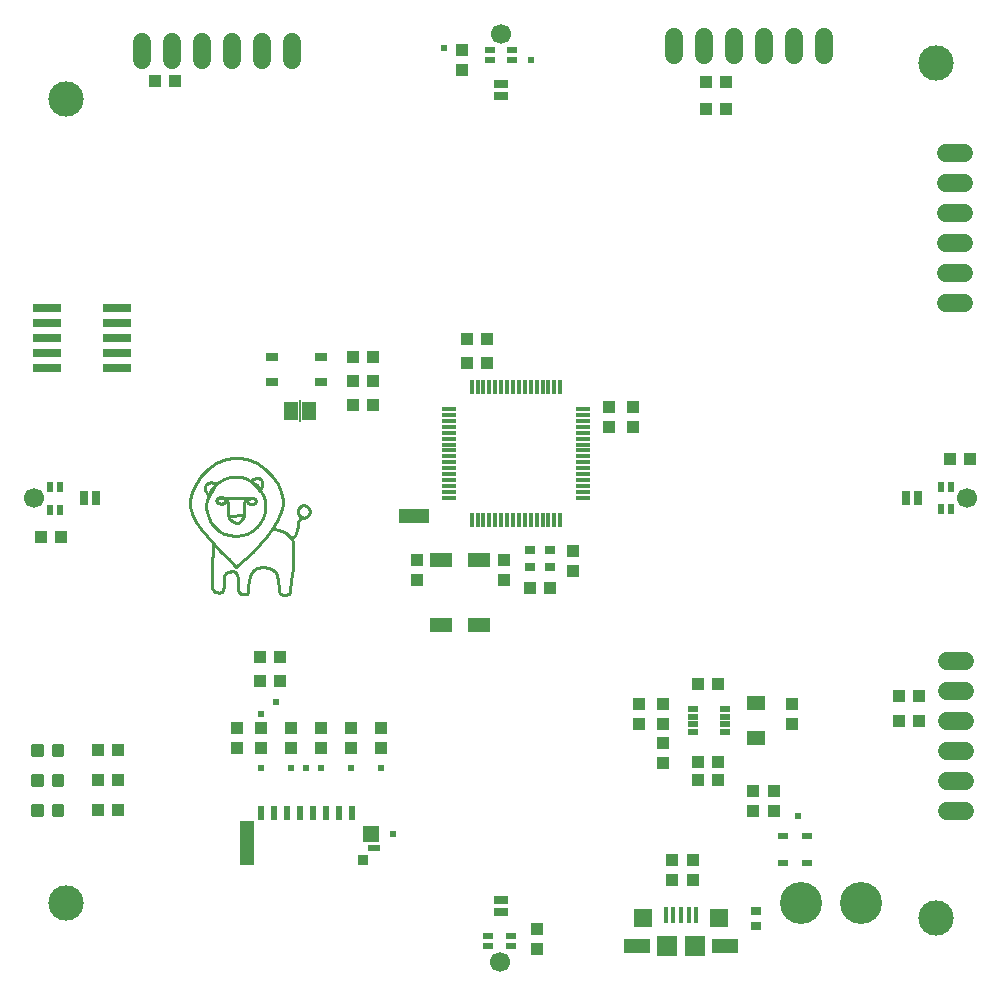
<source format=gts>
G75*
%MOIN*%
%OFA0B0*%
%FSLAX25Y25*%
%IPPOS*%
%LPD*%
%AMOC8*
5,1,8,0,0,1.08239X$1,22.5*
%
%ADD10C,0.01000*%
%ADD11R,0.03937X0.04331*%
%ADD12R,0.03543X0.02953*%
%ADD13R,0.04331X0.03937*%
%ADD14R,0.01575X0.05315*%
%ADD15R,0.07087X0.07087*%
%ADD16R,0.09055X0.05118*%
%ADD17R,0.06299X0.06299*%
%ADD18R,0.03543X0.02756*%
%ADD19R,0.10000X0.05000*%
%ADD20R,0.01181X0.04724*%
%ADD21R,0.04724X0.01181*%
%ADD22R,0.09449X0.02992*%
%ADD23R,0.02362X0.04921*%
%ADD24R,0.04724X0.14961*%
%ADD25R,0.05709X0.05512*%
%ADD26R,0.03937X0.02362*%
%ADD27R,0.03740X0.03346*%
%ADD28R,0.03268X0.02480*%
%ADD29C,0.14000*%
%ADD30R,0.04600X0.06300*%
%ADD31R,0.00600X0.07200*%
%ADD32R,0.05000X0.02500*%
%ADD33R,0.02500X0.05000*%
%ADD34R,0.04134X0.02559*%
%ADD35R,0.02000X0.02000*%
%ADD36C,0.11811*%
%ADD37C,0.01181*%
%ADD38R,0.03740X0.01969*%
%ADD39R,0.07480X0.05118*%
%ADD40R,0.06299X0.04724*%
%ADD41C,0.06000*%
%ADD42R,0.03543X0.01969*%
%ADD43C,0.06693*%
%ADD44R,0.01969X0.03543*%
D10*
X0110735Y0165904D02*
X0111133Y0165560D01*
X0111681Y0165339D01*
X0112304Y0165245D01*
X0112924Y0165281D01*
X0113466Y0165451D01*
X0113855Y0165759D01*
X0114010Y0166096D01*
X0114014Y0166208D01*
X0114028Y0166633D01*
X0114039Y0167906D01*
X0114149Y0169698D01*
X0114564Y0171444D01*
X0115208Y0172670D01*
X0115507Y0173001D01*
X0115781Y0173305D01*
X0116959Y0173894D01*
X0118921Y0174225D01*
X0120972Y0173987D01*
X0122327Y0173459D01*
X0122694Y0173173D01*
X0123039Y0172903D01*
X0123700Y0171614D01*
X0123987Y0169581D01*
X0124053Y0167448D01*
X0124223Y0166015D01*
X0124397Y0165586D01*
X0124422Y0165523D01*
X0124607Y0165374D01*
X0125004Y0165215D01*
X0125526Y0165114D01*
X0126106Y0165079D01*
X0126683Y0165116D01*
X0127192Y0165232D01*
X0127571Y0165433D01*
X0127739Y0165648D01*
X0127755Y0165726D01*
X0127938Y0166703D01*
X0128363Y0169659D01*
X0128812Y0174094D01*
X0129006Y0178486D01*
X0128950Y0181350D01*
X0128847Y0182293D01*
X0128810Y0182629D01*
X0128426Y0183602D01*
X0127578Y0184672D01*
X0126452Y0185524D01*
X0125198Y0186177D01*
X0123962Y0186650D01*
X0122896Y0186965D01*
X0122147Y0187138D01*
X0121865Y0187192D01*
X0121969Y0187159D02*
X0120086Y0184644D01*
X0117893Y0182081D01*
X0115436Y0179487D01*
X0112756Y0176876D01*
X0110620Y0174908D01*
X0109898Y0174265D01*
X0109281Y0174917D01*
X0107409Y0176851D01*
X0104887Y0179440D01*
X0102428Y0182016D01*
X0100136Y0184560D01*
X0098110Y0187059D01*
X0096455Y0189495D01*
X0095266Y0191849D01*
X0094727Y0193533D01*
X0094650Y0194107D01*
X0094570Y0194697D01*
X0094665Y0196513D01*
X0095289Y0199199D01*
X0096489Y0201975D01*
X0098235Y0204663D01*
X0100494Y0207071D01*
X0103237Y0209017D01*
X0106431Y0210313D01*
X0109142Y0210781D01*
X0110046Y0210777D01*
X0110953Y0210773D01*
X0113674Y0210299D01*
X0116898Y0209011D01*
X0119677Y0207093D01*
X0121965Y0204721D01*
X0123718Y0202073D01*
X0124892Y0199327D01*
X0125444Y0196661D01*
X0125452Y0194835D01*
X0125332Y0194253D01*
X0125211Y0193673D01*
X0124635Y0191979D01*
X0123500Y0189609D01*
X0121969Y0187159D01*
X0117953Y0189009D02*
X0118858Y0190691D01*
X0119431Y0192549D01*
X0119631Y0194045D01*
X0119631Y0194543D01*
X0119631Y0195043D01*
X0119431Y0196539D01*
X0118858Y0198397D01*
X0117953Y0200079D01*
X0116754Y0201543D01*
X0115300Y0202751D01*
X0113632Y0203665D01*
X0111789Y0204241D01*
X0110304Y0204443D01*
X0109811Y0204443D01*
X0109316Y0204443D01*
X0107832Y0204241D01*
X0105988Y0203665D01*
X0104320Y0202751D01*
X0102867Y0201543D01*
X0101668Y0200079D01*
X0100763Y0198397D01*
X0100191Y0196539D01*
X0099992Y0195043D01*
X0099992Y0194543D01*
X0099992Y0194045D01*
X0100191Y0192549D01*
X0100763Y0190691D01*
X0101668Y0189009D01*
X0102867Y0187543D01*
X0104320Y0186334D01*
X0105988Y0185422D01*
X0107832Y0184846D01*
X0109316Y0184644D01*
X0109811Y0184644D01*
X0110304Y0184644D01*
X0111789Y0184846D01*
X0113632Y0185422D01*
X0115300Y0186334D01*
X0116754Y0187543D01*
X0117953Y0189009D01*
X0112389Y0191013D02*
X0112413Y0191171D01*
X0112449Y0191411D01*
X0112498Y0192141D01*
X0112506Y0193127D01*
X0112489Y0194089D01*
X0112503Y0194989D01*
X0112599Y0195787D01*
X0112835Y0196441D01*
X0113263Y0196913D01*
X0113764Y0197135D01*
X0113938Y0197161D01*
X0115351Y0197377D01*
X0104112Y0197383D01*
X0104129Y0197415D01*
X0104193Y0197483D01*
X0104317Y0197559D01*
X0104513Y0197615D01*
X0104798Y0197617D01*
X0105184Y0197537D01*
X0105686Y0197343D01*
X0106165Y0197095D01*
X0106319Y0197003D01*
X0106493Y0196899D01*
X0106915Y0196419D01*
X0107222Y0195631D01*
X0107330Y0194701D01*
X0107330Y0193689D01*
X0107313Y0192653D01*
X0107369Y0191657D01*
X0107590Y0190759D01*
X0107913Y0190173D01*
X0108065Y0190019D01*
X0108191Y0189891D01*
X0108604Y0189537D01*
X0109154Y0189211D01*
X0109759Y0189065D01*
X0110289Y0189085D01*
X0110460Y0189122D01*
X0110617Y0189157D01*
X0111059Y0189405D01*
X0111668Y0189929D01*
X0112163Y0190561D01*
X0112389Y0191013D01*
X0112316Y0191523D02*
X0107479Y0191475D01*
X0112316Y0191523D01*
X0107479Y0191475D01*
X0112316Y0191523D01*
X0113930Y0195553D02*
X0113589Y0195895D01*
X0113464Y0196209D01*
X0113464Y0196313D01*
X0113464Y0196419D01*
X0113589Y0196731D01*
X0113930Y0197073D01*
X0114435Y0197303D01*
X0114900Y0197385D01*
X0115055Y0197385D01*
X0115209Y0197385D01*
X0115673Y0197303D01*
X0116180Y0197073D01*
X0116521Y0196731D01*
X0116647Y0196419D01*
X0116647Y0196313D01*
X0116647Y0196209D01*
X0116521Y0195895D01*
X0116180Y0195553D01*
X0115673Y0195323D01*
X0115209Y0195239D01*
X0115055Y0195239D01*
X0114900Y0195239D01*
X0114435Y0195323D01*
X0113930Y0195553D01*
X0117858Y0199819D02*
X0114732Y0203035D01*
X0114818Y0203109D01*
X0115060Y0203295D01*
X0115427Y0203533D01*
X0115887Y0203769D01*
X0116411Y0203941D01*
X0116969Y0203995D01*
X0117530Y0203871D01*
X0117951Y0203621D01*
X0118065Y0203511D01*
X0118173Y0203405D01*
X0118418Y0203001D01*
X0118565Y0202419D01*
X0118554Y0201805D01*
X0118435Y0201207D01*
X0118256Y0200665D01*
X0118067Y0200225D01*
X0117917Y0199927D01*
X0117858Y0199819D01*
X0106498Y0196625D02*
X0106498Y0196521D01*
X0106498Y0196415D01*
X0106372Y0196103D01*
X0106031Y0195761D01*
X0105526Y0195531D01*
X0105061Y0195445D01*
X0104907Y0195445D01*
X0104752Y0195445D01*
X0104288Y0195531D01*
X0103781Y0195761D01*
X0103440Y0196103D01*
X0103316Y0196415D01*
X0103316Y0196521D01*
X0103316Y0196625D01*
X0103440Y0196937D01*
X0103781Y0197279D01*
X0104288Y0197509D01*
X0104752Y0197593D01*
X0104907Y0197593D01*
X0105061Y0197593D01*
X0105526Y0197509D01*
X0106031Y0197279D01*
X0106372Y0196937D01*
X0106498Y0196625D01*
X0100763Y0198115D02*
X0103144Y0202083D01*
X0103061Y0202131D01*
X0102832Y0202241D01*
X0102484Y0202377D01*
X0102047Y0202493D01*
X0101549Y0202549D01*
X0101017Y0202501D01*
X0100481Y0202305D01*
X0100081Y0202035D01*
X0099970Y0201923D01*
X0099839Y0201793D01*
X0099546Y0201305D01*
X0099421Y0200657D01*
X0099521Y0200019D01*
X0099770Y0199423D01*
X0100092Y0198901D01*
X0100415Y0198487D01*
X0100664Y0198213D01*
X0100763Y0198115D01*
X0102190Y0182071D02*
X0102172Y0181661D01*
X0102126Y0180528D01*
X0102068Y0178823D01*
X0102008Y0176697D01*
X0101961Y0174297D01*
X0101942Y0171774D01*
X0101962Y0169276D01*
X0102008Y0167535D01*
X0102036Y0166954D01*
X0102041Y0166862D01*
X0102179Y0166588D01*
X0102531Y0166279D01*
X0103027Y0166039D01*
X0103604Y0165883D01*
X0104200Y0165825D01*
X0104752Y0165880D01*
X0105196Y0166061D01*
X0105430Y0166289D01*
X0105469Y0166381D01*
X0105639Y0166783D01*
X0105814Y0168125D01*
X0105785Y0169861D01*
X0105911Y0171379D01*
X0106451Y0172308D01*
X0106720Y0172472D01*
X0106827Y0172538D01*
X0107176Y0172690D01*
X0107712Y0172842D01*
X0108289Y0172910D01*
X0108867Y0172881D01*
X0109402Y0172737D01*
X0109854Y0172463D01*
X0110183Y0172043D01*
X0110334Y0171608D01*
X0110349Y0171459D01*
X0110384Y0171122D01*
X0110454Y0170105D01*
X0110479Y0169032D01*
X0110493Y0167898D01*
X0110539Y0166749D01*
X0110564Y0166366D01*
X0110571Y0166249D01*
X0110735Y0165904D01*
X0127688Y0184404D02*
X0127961Y0184312D01*
X0128857Y0184255D01*
X0129570Y0184689D01*
X0129966Y0185551D01*
X0130186Y0186688D01*
X0130374Y0187948D01*
X0130668Y0189177D01*
X0131209Y0190221D01*
X0131880Y0190819D01*
X0132142Y0190927D01*
X0132260Y0190825D02*
X0131686Y0190985D01*
X0131060Y0191415D01*
X0130639Y0192059D01*
X0130485Y0192647D01*
X0130485Y0192843D01*
X0130485Y0193041D01*
X0130639Y0193631D01*
X0131060Y0194273D01*
X0131686Y0194705D01*
X0132260Y0194863D01*
X0132452Y0194863D01*
X0132643Y0194863D01*
X0133217Y0194705D01*
X0133842Y0194273D01*
X0134264Y0193631D01*
X0134419Y0193041D01*
X0134419Y0192843D01*
X0134419Y0192647D01*
X0134264Y0192059D01*
X0133842Y0191415D01*
X0133217Y0190985D01*
X0132643Y0190825D01*
X0132452Y0190825D01*
X0132260Y0190825D01*
D11*
X0170197Y0176543D03*
X0170197Y0169850D03*
X0199197Y0169850D03*
X0199197Y0176543D03*
X0222197Y0179543D03*
X0222197Y0172850D03*
X0244197Y0128543D03*
X0244197Y0121850D03*
X0252197Y0121850D03*
X0252197Y0115543D03*
X0252197Y0108850D03*
X0252197Y0128543D03*
X0282197Y0099543D03*
X0289197Y0099543D03*
X0289197Y0092850D03*
X0282197Y0092850D03*
X0262197Y0076543D03*
X0262197Y0069850D03*
X0255197Y0069850D03*
X0255197Y0076543D03*
X0210197Y0053543D03*
X0210197Y0046850D03*
X0158197Y0113850D03*
X0158197Y0120543D03*
X0148197Y0120543D03*
X0148197Y0113850D03*
X0138197Y0113850D03*
X0138197Y0120543D03*
X0128197Y0120543D03*
X0128197Y0113850D03*
X0118197Y0113850D03*
X0118197Y0120543D03*
X0110197Y0120543D03*
X0110197Y0113850D03*
X0234197Y0220850D03*
X0234197Y0227543D03*
X0242197Y0227543D03*
X0242197Y0220850D03*
X0295197Y0128543D03*
X0295197Y0121850D03*
X0185197Y0339850D03*
X0185197Y0346543D03*
D12*
X0207850Y0179953D03*
X0207850Y0174441D03*
X0214543Y0174441D03*
X0214543Y0179953D03*
D13*
X0214543Y0167197D03*
X0207850Y0167197D03*
X0263850Y0135197D03*
X0270543Y0135197D03*
X0270543Y0109197D03*
X0270543Y0103197D03*
X0263850Y0103197D03*
X0263850Y0109197D03*
X0330750Y0123097D03*
X0337443Y0123097D03*
X0337543Y0131197D03*
X0330850Y0131197D03*
X0347850Y0210197D03*
X0354543Y0210197D03*
X0273243Y0327097D03*
X0266550Y0327097D03*
X0266450Y0335997D03*
X0273143Y0335997D03*
X0193543Y0250197D03*
X0186850Y0250197D03*
X0186850Y0242197D03*
X0193543Y0242197D03*
X0155543Y0244197D03*
X0148850Y0244197D03*
X0148850Y0236197D03*
X0155543Y0236197D03*
X0155543Y0228197D03*
X0148850Y0228197D03*
X0124543Y0144197D03*
X0117850Y0144197D03*
X0117850Y0136197D03*
X0124543Y0136197D03*
X0070543Y0113197D03*
X0063850Y0113197D03*
X0063850Y0103197D03*
X0070543Y0103197D03*
X0070543Y0093197D03*
X0063850Y0093197D03*
X0051543Y0184197D03*
X0044850Y0184197D03*
X0082850Y0336197D03*
X0089543Y0336197D03*
D14*
X0253079Y0058339D03*
X0255638Y0058339D03*
X0258197Y0058339D03*
X0260756Y0058339D03*
X0263315Y0058339D03*
D15*
X0262724Y0047905D03*
X0253669Y0047905D03*
D16*
X0243433Y0047905D03*
X0272961Y0047905D03*
D17*
X0270795Y0057492D03*
X0245598Y0057492D03*
D18*
X0283197Y0059756D03*
X0283197Y0054638D03*
D19*
X0169197Y0191197D03*
D20*
X0188433Y0189953D03*
X0190402Y0189953D03*
X0192370Y0189953D03*
X0194339Y0189953D03*
X0196307Y0189953D03*
X0198276Y0189953D03*
X0200244Y0189953D03*
X0202213Y0189953D03*
X0204181Y0189953D03*
X0206150Y0189953D03*
X0208118Y0189953D03*
X0210087Y0189953D03*
X0212055Y0189953D03*
X0214024Y0189953D03*
X0215992Y0189953D03*
X0217961Y0189953D03*
X0217961Y0234441D03*
X0215992Y0234441D03*
X0214024Y0234441D03*
X0212055Y0234441D03*
X0210087Y0234441D03*
X0208118Y0234441D03*
X0206150Y0234441D03*
X0204181Y0234441D03*
X0202213Y0234441D03*
X0200244Y0234441D03*
X0198276Y0234441D03*
X0196307Y0234441D03*
X0194339Y0234441D03*
X0192370Y0234441D03*
X0190402Y0234441D03*
X0188433Y0234441D03*
D21*
X0180953Y0226961D03*
X0180953Y0224992D03*
X0180953Y0223024D03*
X0180953Y0221055D03*
X0180953Y0219087D03*
X0180953Y0217118D03*
X0180953Y0215150D03*
X0180953Y0213181D03*
X0180953Y0211213D03*
X0180953Y0209244D03*
X0180953Y0207276D03*
X0180953Y0205307D03*
X0180953Y0203339D03*
X0180953Y0201370D03*
X0180953Y0199402D03*
X0180953Y0197433D03*
X0225441Y0197433D03*
X0225441Y0199402D03*
X0225441Y0201370D03*
X0225441Y0203339D03*
X0225441Y0205307D03*
X0225441Y0207276D03*
X0225441Y0209244D03*
X0225441Y0211213D03*
X0225441Y0213181D03*
X0225441Y0215150D03*
X0225441Y0217118D03*
X0225441Y0219087D03*
X0225441Y0221055D03*
X0225441Y0223024D03*
X0225441Y0224992D03*
X0225441Y0226961D03*
D22*
X0070111Y0240697D03*
X0070111Y0245697D03*
X0070111Y0250697D03*
X0070111Y0255697D03*
X0070111Y0260697D03*
X0046883Y0260697D03*
X0046883Y0255697D03*
X0046883Y0250697D03*
X0046883Y0245697D03*
X0046883Y0240697D03*
D23*
X0118197Y0092197D03*
X0122528Y0092197D03*
X0126858Y0092197D03*
X0131189Y0092197D03*
X0135520Y0092197D03*
X0139850Y0092197D03*
X0144181Y0092197D03*
X0148512Y0092197D03*
D24*
X0113669Y0082354D03*
D25*
X0155008Y0085504D03*
D26*
X0155795Y0080583D03*
D27*
X0152055Y0076646D03*
D28*
X0292197Y0075669D03*
X0300197Y0075669D03*
X0300197Y0084724D03*
X0292197Y0084724D03*
D29*
X0298197Y0062197D03*
X0318197Y0062197D03*
D30*
X0134197Y0226197D03*
X0128197Y0226197D03*
D31*
X0131197Y0226197D03*
D32*
X0198197Y0331197D03*
X0198197Y0335197D03*
X0198197Y0063197D03*
X0198197Y0059197D03*
D33*
X0333197Y0197197D03*
X0337197Y0197197D03*
X0063197Y0197197D03*
X0059197Y0197197D03*
D34*
X0122028Y0235965D03*
X0122028Y0244419D03*
X0138366Y0244429D03*
X0138366Y0235965D03*
D35*
X0123197Y0129197D03*
X0118197Y0125197D03*
X0118197Y0107197D03*
X0128197Y0107197D03*
X0133197Y0107197D03*
X0138197Y0107197D03*
X0148197Y0107197D03*
X0158197Y0107197D03*
X0162197Y0085197D03*
X0297197Y0091197D03*
X0208197Y0343197D03*
X0179197Y0347197D03*
D36*
X0053197Y0062197D03*
X0053197Y0330197D03*
X0343197Y0342197D03*
X0343197Y0057197D03*
D37*
X0049272Y0091819D02*
X0049272Y0094575D01*
X0052028Y0094575D01*
X0052028Y0091819D01*
X0049272Y0091819D01*
X0049272Y0092999D02*
X0052028Y0092999D01*
X0052028Y0094179D02*
X0049272Y0094179D01*
X0042366Y0094575D02*
X0042366Y0091819D01*
X0042366Y0094575D02*
X0045122Y0094575D01*
X0045122Y0091819D01*
X0042366Y0091819D01*
X0042366Y0092999D02*
X0045122Y0092999D01*
X0045122Y0094179D02*
X0042366Y0094179D01*
X0042366Y0101819D02*
X0042366Y0104575D01*
X0045122Y0104575D01*
X0045122Y0101819D01*
X0042366Y0101819D01*
X0042366Y0102999D02*
X0045122Y0102999D01*
X0045122Y0104179D02*
X0042366Y0104179D01*
X0049272Y0104575D02*
X0049272Y0101819D01*
X0049272Y0104575D02*
X0052028Y0104575D01*
X0052028Y0101819D01*
X0049272Y0101819D01*
X0049272Y0102999D02*
X0052028Y0102999D01*
X0052028Y0104179D02*
X0049272Y0104179D01*
X0049272Y0111819D02*
X0049272Y0114575D01*
X0052028Y0114575D01*
X0052028Y0111819D01*
X0049272Y0111819D01*
X0049272Y0112999D02*
X0052028Y0112999D01*
X0052028Y0114179D02*
X0049272Y0114179D01*
X0042366Y0114575D02*
X0042366Y0111819D01*
X0042366Y0114575D02*
X0045122Y0114575D01*
X0045122Y0111819D01*
X0042366Y0111819D01*
X0042366Y0112999D02*
X0045122Y0112999D01*
X0045122Y0114179D02*
X0042366Y0114179D01*
D38*
X0262282Y0119358D03*
X0262282Y0121917D03*
X0262282Y0124476D03*
X0262282Y0127035D03*
X0272912Y0127035D03*
X0272912Y0127035D03*
X0272912Y0124476D03*
X0272912Y0124476D03*
X0272912Y0121917D03*
X0272912Y0121917D03*
X0272912Y0119358D03*
X0272912Y0119358D03*
D39*
X0190896Y0154970D03*
X0178298Y0154970D03*
X0178298Y0176624D03*
X0190896Y0176624D03*
D40*
X0283197Y0129102D03*
X0283197Y0117291D03*
D41*
X0346997Y0112997D02*
X0352997Y0112997D01*
X0352997Y0102997D02*
X0346997Y0102997D01*
X0346997Y0092997D02*
X0352997Y0092997D01*
X0352997Y0122997D02*
X0346997Y0122997D01*
X0346997Y0132997D02*
X0352997Y0132997D01*
X0352997Y0142997D02*
X0346997Y0142997D01*
X0346697Y0262397D02*
X0352697Y0262397D01*
X0352697Y0272397D02*
X0346697Y0272397D01*
X0346697Y0282397D02*
X0352697Y0282397D01*
X0352697Y0292397D02*
X0346697Y0292397D01*
X0346697Y0302397D02*
X0352697Y0302397D01*
X0352697Y0312397D02*
X0346697Y0312397D01*
X0306034Y0344860D02*
X0306034Y0350860D01*
X0296034Y0350860D02*
X0296034Y0344860D01*
X0286034Y0344860D02*
X0286034Y0350860D01*
X0276034Y0350860D02*
X0276034Y0344860D01*
X0266034Y0344860D02*
X0266034Y0350860D01*
X0256034Y0350860D02*
X0256034Y0344860D01*
X0128597Y0343397D02*
X0128597Y0349397D01*
X0118597Y0349397D02*
X0118597Y0343397D01*
X0108597Y0343397D02*
X0108597Y0349397D01*
X0098597Y0349397D02*
X0098597Y0343397D01*
X0088597Y0343397D02*
X0088597Y0349397D01*
X0078597Y0349397D02*
X0078597Y0343397D01*
D42*
X0194428Y0343503D03*
X0194428Y0346697D03*
X0201965Y0346697D03*
X0201965Y0343503D03*
X0201565Y0051191D03*
X0201565Y0047997D03*
X0194028Y0047997D03*
X0194028Y0051191D03*
D43*
X0197797Y0042597D03*
X0042497Y0197197D03*
X0198197Y0352097D03*
X0353497Y0197397D03*
D44*
X0348097Y0201165D03*
X0344903Y0201165D03*
X0344903Y0193628D03*
X0348097Y0193628D03*
X0051091Y0193428D03*
X0047897Y0193428D03*
X0047897Y0200965D03*
X0051091Y0200965D03*
M02*

</source>
